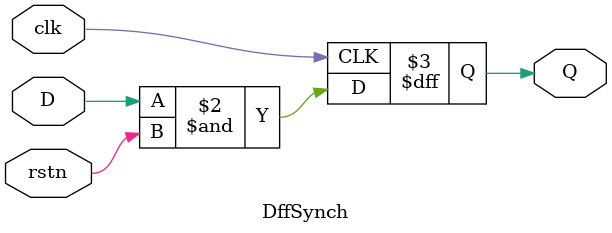
<source format=v>
/*
 * DffSynch.v
 * 
 * "Simple, Synchronous D-Flip-Flop Register; Base of all memory blocks"
 */
module DffSynch (
    // Flop I/O.
    input      D,
    output reg Q,
    
    // Common signals.
    input      clk,
    input      rstn
);

/////////////////////////////////////////////////////////
// -- Synch Reset DFF Common Verilog Implementation -- //
/////////////////////////////////////////////////////////

//------------------------------------------------------------------------------
// Core Logic: Update saved value on rising clk edge.
always @(posedge clk) begin
    Q <= D & rstn; // update output for input & reset signals
end

endmodule

</source>
